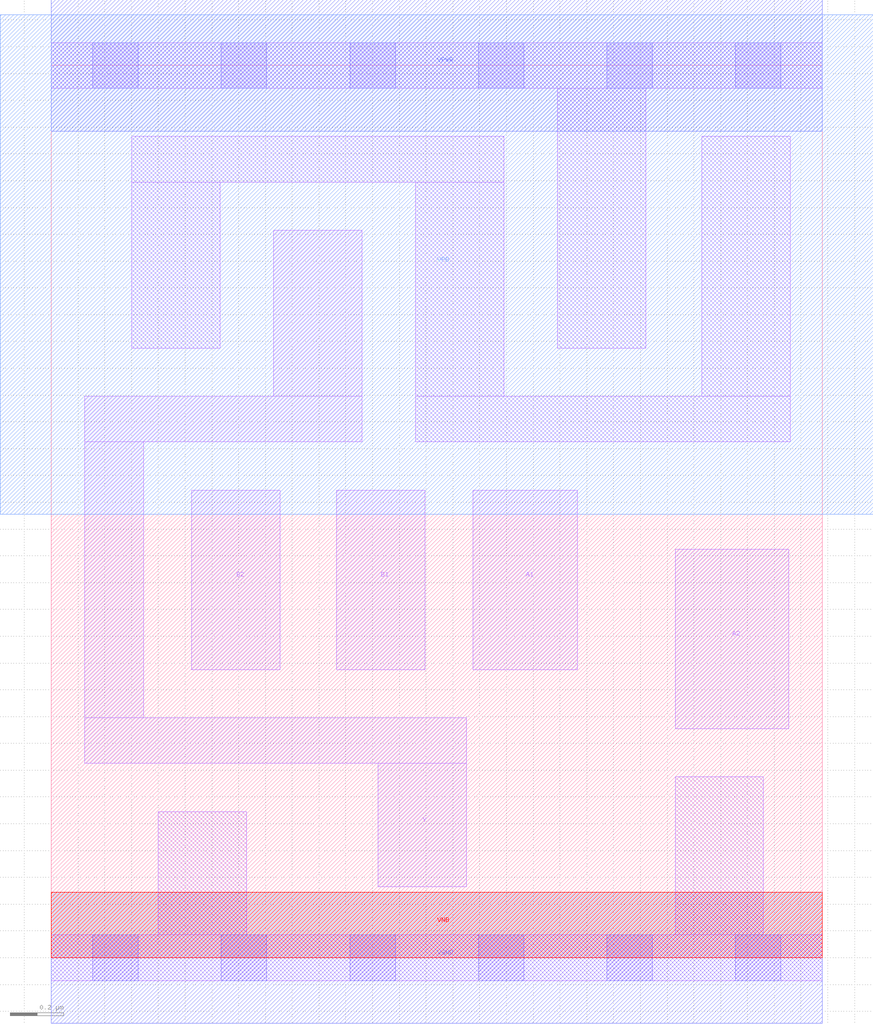
<source format=lef>
# Copyright 2020 The SkyWater PDK Authors
#
# Licensed under the Apache License, Version 2.0 (the "License");
# you may not use this file except in compliance with the License.
# You may obtain a copy of the License at
#
#     https://www.apache.org/licenses/LICENSE-2.0
#
# Unless required by applicable law or agreed to in writing, software
# distributed under the License is distributed on an "AS IS" BASIS,
# WITHOUT WARRANTIES OR CONDITIONS OF ANY KIND, either express or implied.
# See the License for the specific language governing permissions and
# limitations under the License.
#
# SPDX-License-Identifier: Apache-2.0

VERSION 5.7 ;
  NOWIREEXTENSIONATPIN ON ;
  DIVIDERCHAR "/" ;
  BUSBITCHARS "[]" ;
MACRO sky130_fd_sc_lp__a22oi_lp
  CLASS CORE ;
  FOREIGN sky130_fd_sc_lp__a22oi_lp ;
  ORIGIN  0.000000  0.000000 ;
  SIZE  2.880000 BY  3.330000 ;
  SYMMETRY X Y R90 ;
  SITE unit ;
  PIN A1
    ANTENNAGATEAREA  0.313000 ;
    DIRECTION INPUT ;
    USE SIGNAL ;
    PORT
      LAYER li1 ;
        RECT 1.575000 1.075000 1.965000 1.745000 ;
    END
  END A1
  PIN A2
    ANTENNAGATEAREA  0.313000 ;
    DIRECTION INPUT ;
    USE SIGNAL ;
    PORT
      LAYER li1 ;
        RECT 2.330000 0.855000 2.755000 1.525000 ;
    END
  END A2
  PIN B1
    ANTENNAGATEAREA  0.313000 ;
    DIRECTION INPUT ;
    USE SIGNAL ;
    PORT
      LAYER li1 ;
        RECT 1.065000 1.075000 1.395000 1.745000 ;
    END
  END B1
  PIN B2
    ANTENNAGATEAREA  0.313000 ;
    DIRECTION INPUT ;
    USE SIGNAL ;
    PORT
      LAYER li1 ;
        RECT 0.525000 1.075000 0.855000 1.745000 ;
    END
  END B2
  PIN Y
    ANTENNADIFFAREA  0.443800 ;
    DIRECTION OUTPUT ;
    USE SIGNAL ;
    PORT
      LAYER li1 ;
        RECT 0.125000 0.725000 1.550000 0.895000 ;
        RECT 0.125000 0.895000 0.345000 1.925000 ;
        RECT 0.125000 1.925000 1.160000 2.095000 ;
        RECT 0.830000 2.095000 1.160000 2.715000 ;
        RECT 1.220000 0.265000 1.550000 0.725000 ;
    END
  END Y
  PIN VGND
    DIRECTION INOUT ;
    USE GROUND ;
    PORT
      LAYER met1 ;
        RECT 0.000000 -0.245000 2.880000 0.245000 ;
    END
  END VGND
  PIN VNB
    DIRECTION INOUT ;
    USE GROUND ;
    PORT
      LAYER pwell ;
        RECT 0.000000 0.000000 2.880000 0.245000 ;
    END
  END VNB
  PIN VPB
    DIRECTION INOUT ;
    USE POWER ;
    PORT
      LAYER nwell ;
        RECT -0.190000 1.655000 3.070000 3.520000 ;
    END
  END VPB
  PIN VPWR
    DIRECTION INOUT ;
    USE POWER ;
    PORT
      LAYER met1 ;
        RECT 0.000000 3.085000 2.880000 3.575000 ;
    END
  END VPWR
  OBS
    LAYER li1 ;
      RECT 0.000000 -0.085000 2.880000 0.085000 ;
      RECT 0.000000  3.245000 2.880000 3.415000 ;
      RECT 0.300000  2.275000 0.630000 2.895000 ;
      RECT 0.300000  2.895000 1.690000 3.065000 ;
      RECT 0.400000  0.085000 0.730000 0.545000 ;
      RECT 1.360000  1.925000 2.760000 2.095000 ;
      RECT 1.360000  2.095000 1.690000 2.895000 ;
      RECT 1.890000  2.275000 2.220000 3.245000 ;
      RECT 2.330000  0.085000 2.660000 0.675000 ;
      RECT 2.430000  2.095000 2.760000 3.065000 ;
    LAYER mcon ;
      RECT 0.155000 -0.085000 0.325000 0.085000 ;
      RECT 0.155000  3.245000 0.325000 3.415000 ;
      RECT 0.635000 -0.085000 0.805000 0.085000 ;
      RECT 0.635000  3.245000 0.805000 3.415000 ;
      RECT 1.115000 -0.085000 1.285000 0.085000 ;
      RECT 1.115000  3.245000 1.285000 3.415000 ;
      RECT 1.595000 -0.085000 1.765000 0.085000 ;
      RECT 1.595000  3.245000 1.765000 3.415000 ;
      RECT 2.075000 -0.085000 2.245000 0.085000 ;
      RECT 2.075000  3.245000 2.245000 3.415000 ;
      RECT 2.555000 -0.085000 2.725000 0.085000 ;
      RECT 2.555000  3.245000 2.725000 3.415000 ;
  END
END sky130_fd_sc_lp__a22oi_lp
END LIBRARY

</source>
